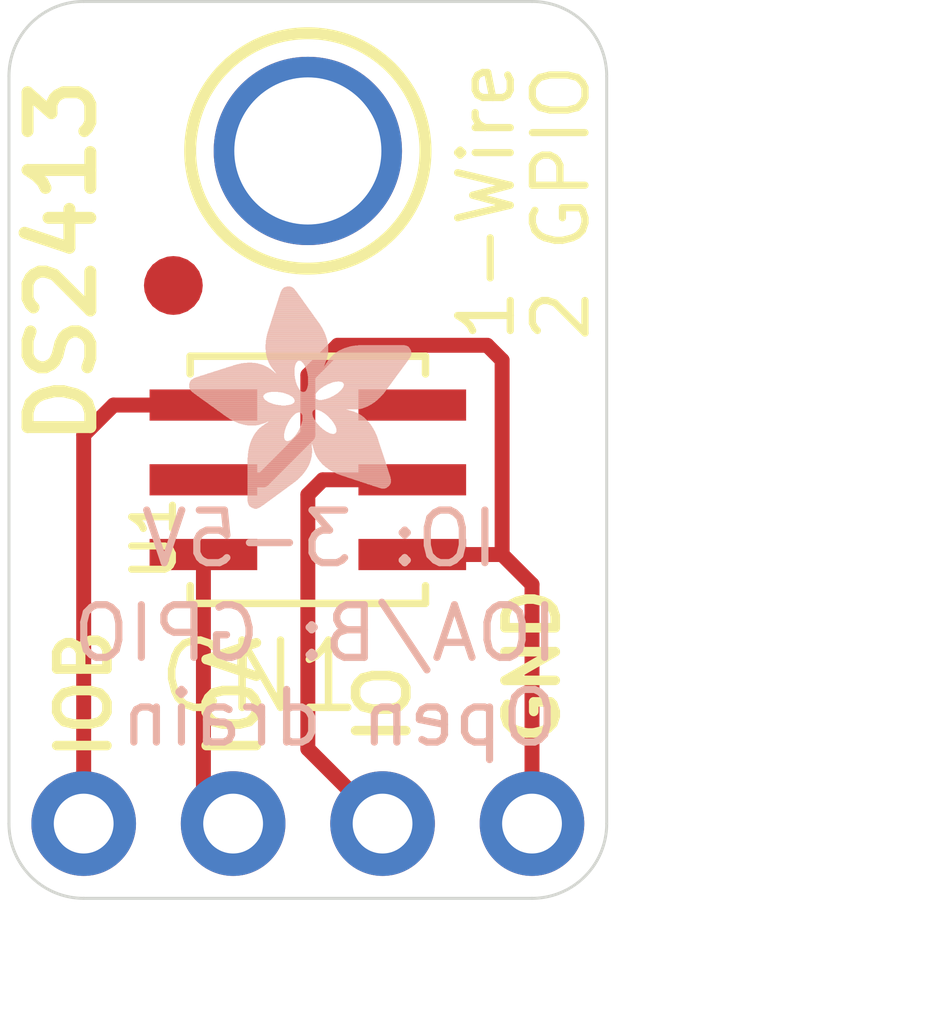
<source format=kicad_pcb>
(kicad_pcb (version 20221018) (generator pcbnew)
  (layers (0 "F.Cu" signal) (31 "B.Cu" signal) (34 "B.Paste" user) (35 "F.Paste" user) (36 "B.SilkS" user "B.Silkscreen") (37 "F.SilkS" user "F.Silkscreen") (38 "B.Mask" user) (39 "F.Mask" user) (44 "Edge.Cuts" user))
  (net 0 "")
  (net 1 "GND")
  (net 2 "IO")
  (net 3 "PIOA")
  (net 4 "PIOB")
  (footprint "working:1X04-CLEANBIG" (layer "F.Cu") (at 148.5011 111.3536)
    (fp_text reference "CN1" (at -2.6162 -1.8288) (layer "F.SilkS") (effects (font (size 1.143 1.143) (thickness 0.127)) (justify left bottom)))
    (fp_text value "1X4-CLEANBIG")
    (pad "1" thru_hole circle (at -3.81 0 90) (size 1.778 1.778) (drill 1.016) (layers "*.Cu" "*.Mask") (net 4 "PIOB"))
    (pad "2" thru_hole circle (at -1.27 0 90) (size 1.778 1.778) (drill 1.016) (layers "*.Cu" "*.Mask") (net 3 "PIOA"))
    (pad "3" thru_hole circle (at 1.27 0 90) (size 1.778 1.778) (drill 1.016) (layers "*.Cu" "*.Mask") (net 2 "IO"))
    (pad "4" thru_hole circle (at 3.81 0 90) (size 1.778 1.778) (drill 1.016) (layers "*.Cu" "*.Mask") (net 1 "GND"))
  )
  (footprint "working:FIDUCIAL_1MM" (layer "F.Cu") (at 146.2151 102.2096)
    (fp_text reference "FID1" hide)
    (fp_text value "FIDUCIAL\"\"" hide)
    (pad "1" smd roundrect (at 0 0) (size 1 1) (layers "F.Cu" "F.Mask") (roundrect_rratio 0.5))
  )
  (footprint "working:DS2413_TSOC6L" (layer "F.Cu") (at 148.5011 105.5116 -90)
    (fp_text reference "U1" (at 1.764 2.616 90) (layer "F.SilkS") (effects (font (size 0.692831 0.692831) (thickness 0.119969)) (justify left)))
    (fp_text value "DS2413")
    (pad "1" smd rect (at 1.27 -1.775) (size 1.83 0.53) (layers "F.Cu" "F.Paste" "F.Mask") (net 1 "GND"))
    (pad "2" smd rect (at 0 -1.775) (size 1.83 0.53) (layers "F.Cu" "F.Paste" "F.Mask") (net 2 "IO"))
    (pad "3" smd rect (at -1.27 -1.775) (size 1.83 0.53) (layers "F.Cu" "F.Paste" "F.Mask"))
    (pad "4" smd rect (at -1.27 1.775) (size 1.83 0.53) (layers "F.Cu" "F.Paste" "F.Mask") (net 4 "PIOB"))
    (pad "5" smd rect (at 0 1.775) (size 1.83 0.53) (layers "F.Cu" "F.Paste" "F.Mask") (net 1 "GND"))
    (pad "6" smd rect (at 1.27 1.775) (size 1.83 0.53) (layers "F.Cu" "F.Paste" "F.Mask") (net 3 "PIOA"))
  )
  (footprint "working:MOUNTINGHOLE_2.5_PLATED" (layer "F.Cu") (at 148.5011 99.9236)
    (fp_text reference "U$4" hide)
    (fp_text value "MOUNTINGHOLE2.5" hide)
    (pad "P$1" thru_hole circle (at 0 0) (size 3.2 3.2) (drill 2.5) (layers "*.Cu" "*.Mask"))
  )
  (footprint "working:ADAFRUIT_3.5MM" (layer "B.Cu") (at 150.2791 106.0196 180)
    (fp_text reference "U$3" hide)
    (fp_text value "" hide)
  )
  (gr_line (start 153.5811 111.3536) (end 153.5811 98.6536) (stroke (width 0.05)) (layer "Edge.Cuts"))
  (gr_line (start 144.6911 112.6236) (end 152.3111 112.6236) (stroke (width 0.05)) (layer "Edge.Cuts"))
  (gr_arc (start 144.6911 112.6236) (mid 143.793074 112.251626) (end 143.4211 111.3536) (stroke (width 0.05)) (layer "Edge.Cuts"))
  (gr_line (start 152.3111 97.3836) (end 144.6911 97.3836) (stroke (width 0.05)) (layer "Edge.Cuts"))
  (gr_arc (start 152.3111 97.3836) (mid 153.209126 97.755574) (end 153.5811 98.6536) (stroke (width 0.05)) (layer "Edge.Cuts"))
  (gr_arc (start 143.4211 98.6536) (mid 143.793074 97.755574) (end 144.6911 97.3836) (stroke (width 0.05)) (layer "Edge.Cuts"))
  (gr_arc (start 153.5811 111.3536) (mid 153.209126 112.251626) (end 152.3111 112.6236) (stroke (width 0.05)) (layer "Edge.Cuts"))
  (gr_line (start 143.4211 98.6536) (end 143.4211 111.3536) (stroke (width 0.05)) (layer "Edge.Cuts"))
  (gr_text "IO: 3-5V" (at 151.8031 107.0356) (layer "B.SilkS") (effects (font (size 0.89408 0.89408) (thickness 0.12192)) (justify left bottom mirror)))
  (gr_text "IOA/B: GPIO\nOpen drain" (at 152.8191 110.0836) (layer "B.SilkS") (effects (font (size 0.89408 0.89408) (thickness 0.12192)) (justify left bottom mirror)))
  (gr_text "1-Wire" (at 152.0571 103.2256 90) (layer "F.SilkS") (effects (font (size 0.89408 0.89408) (thickness 0.12192)) (justify left bottom)))
  (gr_text "2 GPIO" (at 153.3271 103.2256 90) (layer "F.SilkS") (effects (font (size 0.89408 0.89408) (thickness 0.12192)) (justify left bottom)))
  (gr_text "IO" (at 150.2791 110.0836 90) (layer "F.SilkS") (effects (font (size 0.85344 0.85344) (thickness 0.16256)) (justify left bottom)))
  (gr_text "IOA" (at 147.7391 110.3376 90) (layer "F.SilkS") (effects (font (size 0.85344 0.85344) (thickness 0.16256)) (justify left bottom)))
  (gr_text "IOB" (at 145.1991 110.3376 90) (layer "F.SilkS") (effects (font (size 0.85344 0.85344) (thickness 0.16256)) (justify left bottom)))
  (gr_text "DS2413" (at 144.9451 105.0036 90) (layer "F.SilkS") (effects (font (size 1.0668 1.0668) (thickness 0.2032)) (justify left bottom)))
  (gr_text "GND" (at 152.8191 110.0836 90) (layer "F.SilkS") (effects (font (size 0.85344 0.85344) (thickness 0.16256)) (justify left bottom)))
  (segment (start 150.2761 106.7816) (end 151.8031 106.7816) (width 0.254) (layer "F.Cu") (net 1))
  (segment (start 147.7391 105.5116) (end 148.5011 104.7496) (width 0.254) (layer "F.Cu") (net 1))
  (segment (start 151.8031 106.7816) (end 152.3111 107.2896) (width 0.254) (layer "F.Cu") (net 1))
  (segment (start 152.3111 107.2896) (end 152.3111 111.3536) (width 0.254) (layer "F.Cu") (net 1))
  (segment (start 148.5011 103.7336) (end 149.0091 103.2256) (width 0.254) (layer "F.Cu") (net 1))
  (segment (start 148.5011 104.7496) (end 148.5011 103.7336) (width 0.254) (layer "F.Cu") (net 1))
  (segment (start 151.5491 103.2256) (end 151.8031 103.4796) (width 0.254) (layer "F.Cu") (net 1))
  (segment (start 149.0091 103.2256) (end 151.5491 103.2256) (width 0.254) (layer "F.Cu") (net 1))
  (segment (start 151.8031 103.4796) (end 151.8031 106.7816) (width 0.254) (layer "F.Cu") (net 1))
  (segment (start 146.7261 105.5116) (end 147.7391 105.5116) (width 0.254) (layer "F.Cu") (net 1))
  (segment (start 148.7551 105.5116) (end 148.5011 105.7656) (width 0.254) (layer "F.Cu") (net 2))
  (segment (start 148.5011 110.0836) (end 149.7711 111.3536) (width 0.254) (layer "F.Cu") (net 2))
  (segment (start 148.5011 105.7656) (end 148.5011 110.0836) (width 0.254) (layer "F.Cu") (net 2))
  (segment (start 150.2761 105.5116) (end 148.7551 105.5116) (width 0.254) (layer "F.Cu") (net 2))
  (segment (start 146.7261 110.8486) (end 147.2311 111.3536) (width 0.254) (layer "F.Cu") (net 3))
  (segment (start 146.7261 106.7816) (end 146.7261 110.8486) (width 0.254) (layer "F.Cu") (net 3))
  (segment (start 144.6911 104.7496) (end 144.6911 111.3536) (width 0.254) (layer "F.Cu") (net 4))
  (segment (start 146.7261 104.2416) (end 145.1991 104.2416) (width 0.254) (layer "F.Cu") (net 4))
  (segment (start 145.1991 104.2416) (end 144.6911 104.7496) (width 0.254) (layer "F.Cu") (net 4))
)
</source>
